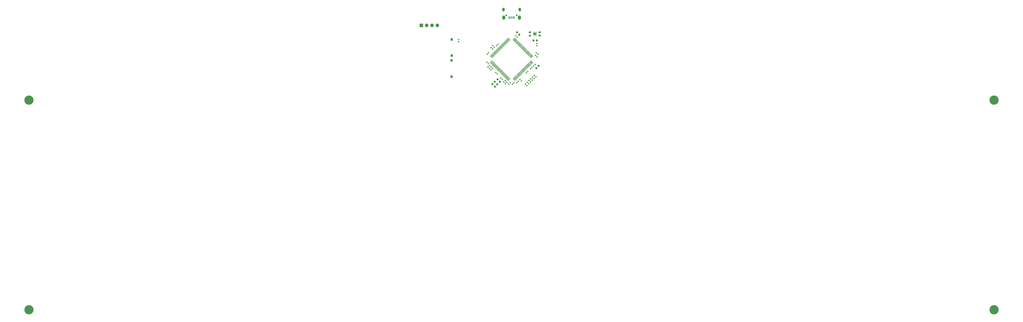
<source format=gbr>
%TF.GenerationSoftware,KiCad,Pcbnew,8.0.4*%
%TF.CreationDate,2024-12-24T01:10:10-06:00*%
%TF.ProjectId,openithm-new,6f70656e-6974-4686-9d2d-6e65772e6b69,rev?*%
%TF.SameCoordinates,Original*%
%TF.FileFunction,Soldermask,Top*%
%TF.FilePolarity,Negative*%
%FSLAX46Y46*%
G04 Gerber Fmt 4.6, Leading zero omitted, Abs format (unit mm)*
G04 Created by KiCad (PCBNEW 8.0.4) date 2024-12-24 01:10:10*
%MOMM*%
%LPD*%
G01*
G04 APERTURE LIST*
G04 Aperture macros list*
%AMRoundRect*
0 Rectangle with rounded corners*
0 $1 Rounding radius*
0 $2 $3 $4 $5 $6 $7 $8 $9 X,Y pos of 4 corners*
0 Add a 4 corners polygon primitive as box body*
4,1,4,$2,$3,$4,$5,$6,$7,$8,$9,$2,$3,0*
0 Add four circle primitives for the rounded corners*
1,1,$1+$1,$2,$3*
1,1,$1+$1,$4,$5*
1,1,$1+$1,$6,$7*
1,1,$1+$1,$8,$9*
0 Add four rect primitives between the rounded corners*
20,1,$1+$1,$2,$3,$4,$5,0*
20,1,$1+$1,$4,$5,$6,$7,0*
20,1,$1+$1,$6,$7,$8,$9,0*
20,1,$1+$1,$8,$9,$2,$3,0*%
G04 Aperture macros list end*
%ADD10C,4.400000*%
%ADD11RoundRect,0.135000X-0.185000X0.135000X-0.185000X-0.135000X0.185000X-0.135000X0.185000X0.135000X0*%
%ADD12RoundRect,0.135000X0.226274X0.035355X0.035355X0.226274X-0.226274X-0.035355X-0.035355X-0.226274X0*%
%ADD13RoundRect,0.093750X0.106250X-0.093750X0.106250X0.093750X-0.106250X0.093750X-0.106250X-0.093750X0*%
%ADD14R,1.600000X1.000000*%
%ADD15RoundRect,0.140000X-0.021213X0.219203X-0.219203X0.021213X0.021213X-0.219203X0.219203X-0.021213X0*%
%ADD16R,1.000000X1.250000*%
%ADD17RoundRect,0.140000X0.219203X0.021213X0.021213X0.219203X-0.219203X-0.021213X-0.021213X-0.219203X0*%
%ADD18RoundRect,0.135000X0.035355X-0.226274X0.226274X-0.035355X-0.035355X0.226274X-0.226274X0.035355X0*%
%ADD19RoundRect,0.225000X-0.250000X0.225000X-0.250000X-0.225000X0.250000X-0.225000X0.250000X0.225000X0*%
%ADD20RoundRect,0.225000X-0.335876X-0.017678X-0.017678X-0.335876X0.335876X0.017678X0.017678X0.335876X0*%
%ADD21RoundRect,0.140000X0.021213X-0.219203X0.219203X-0.021213X-0.021213X0.219203X-0.219203X0.021213X0*%
%ADD22RoundRect,0.225000X0.250000X-0.225000X0.250000X0.225000X-0.250000X0.225000X-0.250000X-0.225000X0*%
%ADD23RoundRect,0.135000X-0.226274X-0.035355X-0.035355X-0.226274X0.226274X0.035355X0.035355X0.226274X0*%
%ADD24RoundRect,0.140000X-0.219203X-0.021213X-0.021213X-0.219203X0.219203X0.021213X0.021213X0.219203X0*%
%ADD25RoundRect,0.218750X0.218750X0.256250X-0.218750X0.256250X-0.218750X-0.256250X0.218750X-0.256250X0*%
%ADD26RoundRect,0.075000X-0.459619X-0.565685X0.565685X0.459619X0.459619X0.565685X-0.565685X-0.459619X0*%
%ADD27RoundRect,0.075000X0.459619X-0.565685X0.565685X-0.459619X-0.459619X0.565685X-0.565685X0.459619X0*%
%ADD28RoundRect,0.218750X0.026517X-0.335876X0.335876X-0.026517X-0.026517X0.335876X-0.335876X0.026517X0*%
%ADD29RoundRect,0.225000X0.335876X0.017678X0.017678X0.335876X-0.335876X-0.017678X-0.017678X-0.335876X0*%
%ADD30O,0.800000X0.800000*%
%ADD31R,0.450000X1.300000*%
%ADD32O,1.150000X1.800000*%
%ADD33O,1.450000X2.000000*%
%ADD34RoundRect,0.135000X0.185000X-0.135000X0.185000X0.135000X-0.185000X0.135000X-0.185000X-0.135000X0*%
%ADD35R,1.700000X1.700000*%
%ADD36O,1.700000X1.700000*%
%ADD37RoundRect,0.225000X-0.017678X0.335876X-0.335876X0.017678X0.017678X-0.335876X0.335876X-0.017678X0*%
%ADD38RoundRect,0.225000X0.017678X-0.335876X0.335876X-0.017678X-0.017678X0.335876X-0.335876X0.017678X0*%
G04 APERTURE END LIST*
D10*
%TO.C,H4*%
X190500000Y-263539400D03*
%TD*%
%TO.C,H3*%
X190500000Y-363539400D03*
%TD*%
%TO.C,H2*%
X650500000Y-363539400D03*
%TD*%
%TO.C,H1*%
X650500000Y-263539400D03*
%TD*%
D11*
%TO.C,R2*%
X432539600Y-236548000D03*
X432539596Y-237567998D03*
%TD*%
D12*
%TO.C,R18*%
X433022200Y-241678798D03*
X432300950Y-240957554D03*
%TD*%
D13*
%TO.C,U2*%
X430956201Y-232888902D03*
X431606201Y-232888902D03*
X432256201Y-232888902D03*
X432256201Y-231113902D03*
X431606201Y-231113902D03*
X430956201Y-231113902D03*
D14*
X431606201Y-232001402D03*
%TD*%
D15*
%TO.C,C18*%
X430297422Y-247984978D03*
X429618600Y-248663800D03*
%TD*%
D16*
%TO.C,SW2*%
X392001200Y-242328000D03*
X392001200Y-234578000D03*
%TD*%
D12*
%TO.C,R12*%
X428729600Y-255725000D03*
X428008352Y-255003750D03*
%TD*%
D17*
%TO.C,C12*%
X409425600Y-246149200D03*
X408746778Y-245470378D03*
%TD*%
%TO.C,C7*%
X416080400Y-253616800D03*
X415401578Y-252937978D03*
%TD*%
D15*
%TO.C,C15*%
X421601411Y-255385589D03*
X420922589Y-256064411D03*
%TD*%
D18*
%TO.C,R9*%
X417528200Y-255699600D03*
X418249450Y-254978352D03*
%TD*%
D19*
%TO.C,C13*%
X433923470Y-231221387D03*
X433923470Y-232771389D03*
%TD*%
D20*
%TO.C,C6*%
X423112384Y-231260984D03*
X424208400Y-232357000D03*
%TD*%
D21*
%TO.C,C1*%
X408908389Y-241637211D03*
X409587211Y-240958389D03*
%TD*%
D22*
%TO.C,C14*%
X429249870Y-232796788D03*
X429249870Y-231246786D03*
%TD*%
D18*
%TO.C,R6*%
X409974350Y-248470648D03*
X410695600Y-247749400D03*
%TD*%
D23*
%TO.C,R4*%
X410761750Y-238468352D03*
X411483000Y-239189600D03*
%TD*%
D12*
%TO.C,R14*%
X430416048Y-254099400D03*
X429694800Y-253378150D03*
%TD*%
D24*
%TO.C,C16*%
X424513200Y-253743800D03*
X425192022Y-254422622D03*
%TD*%
D12*
%TO.C,R17*%
X432666600Y-242974198D03*
X431945350Y-242252954D03*
%TD*%
D16*
%TO.C,SW1*%
X391950400Y-244622200D03*
X391950400Y-252372200D03*
%TD*%
D12*
%TO.C,R15*%
X431244200Y-253261200D03*
X430522950Y-252539956D03*
%TD*%
D25*
%TO.C,D1*%
X432514302Y-235151001D03*
X430939298Y-235150999D03*
%TD*%
D26*
%TO.C,U1*%
X410830316Y-245276205D03*
X411183868Y-245629757D03*
X411537423Y-245983311D03*
X411890975Y-246336864D03*
X412244525Y-246690422D03*
X412598082Y-247043971D03*
X412951633Y-247397526D03*
X413305189Y-247751081D03*
X413658742Y-248104631D03*
X414012295Y-248458184D03*
X414365847Y-248811736D03*
X414719402Y-249165291D03*
X415072955Y-249518846D03*
X415426509Y-249872398D03*
X415780062Y-250225949D03*
X416133616Y-250579505D03*
X416487170Y-250933059D03*
X416840722Y-251286611D03*
X417194274Y-251640167D03*
X417547829Y-251993718D03*
X417901380Y-252347271D03*
X418254935Y-252700826D03*
X418608490Y-253054378D03*
X418962043Y-253407932D03*
X419315595Y-253761484D03*
D27*
X421684405Y-253761484D03*
X422037957Y-253407932D03*
X422391511Y-253054377D03*
X422745064Y-252700825D03*
X423098622Y-252347275D03*
X423452171Y-251993718D03*
X423805726Y-251640167D03*
X424159281Y-251286611D03*
X424512831Y-250933058D03*
X424866384Y-250579505D03*
X425219936Y-250225953D03*
X425573491Y-249872398D03*
X425927046Y-249518845D03*
X426280598Y-249165291D03*
X426634149Y-248811738D03*
X426987705Y-248458184D03*
X427341259Y-248104630D03*
X427694811Y-247751078D03*
X428048367Y-247397526D03*
X428401918Y-247043971D03*
X428755471Y-246690420D03*
X429109026Y-246336865D03*
X429462578Y-245983310D03*
X429816132Y-245629757D03*
X430169684Y-245276205D03*
D26*
X430169684Y-242907395D03*
X429816132Y-242553843D03*
X429462577Y-242200289D03*
X429109025Y-241846736D03*
X428755475Y-241493178D03*
X428401918Y-241139629D03*
X428048367Y-240786074D03*
X427694811Y-240432519D03*
X427341258Y-240078969D03*
X426987705Y-239725416D03*
X426634153Y-239371864D03*
X426280598Y-239018309D03*
X425927045Y-238664754D03*
X425573491Y-238311202D03*
X425219938Y-237957651D03*
X424866384Y-237604095D03*
X424512830Y-237250541D03*
X424159278Y-236896989D03*
X423805726Y-236543433D03*
X423452171Y-236189882D03*
X423098620Y-235836329D03*
X422745065Y-235482774D03*
X422391510Y-235129222D03*
X422037957Y-234775668D03*
X421684405Y-234422116D03*
D27*
X419315595Y-234422116D03*
X418962043Y-234775668D03*
X418608489Y-235129223D03*
X418254936Y-235482775D03*
X417901378Y-235836325D03*
X417547829Y-236189882D03*
X417194274Y-236543433D03*
X416840719Y-236896989D03*
X416487169Y-237250542D03*
X416133616Y-237604095D03*
X415780064Y-237957647D03*
X415426509Y-238311202D03*
X415072954Y-238664755D03*
X414719402Y-239018309D03*
X414365851Y-239371862D03*
X414012295Y-239725416D03*
X413658741Y-240078970D03*
X413305189Y-240432522D03*
X412951633Y-240786074D03*
X412598082Y-241139629D03*
X412244529Y-241493180D03*
X411890974Y-241846735D03*
X411537422Y-242200290D03*
X411183868Y-242553843D03*
X410830316Y-242907395D03*
%TD*%
D28*
%TO.C,FB1*%
X412553704Y-257143494D03*
X413667400Y-256029800D03*
%TD*%
D18*
%TO.C,R5*%
X409237750Y-247734048D03*
X409959000Y-247012800D03*
%TD*%
D21*
%TO.C,C17*%
X427535800Y-250619600D03*
X428214622Y-249940778D03*
%TD*%
D18*
%TO.C,R7*%
X410710950Y-249207248D03*
X411432200Y-248486000D03*
%TD*%
D29*
%TO.C,C8*%
X414912000Y-254759800D03*
X413815984Y-253663784D03*
%TD*%
D30*
%TO.C,J2*%
X423025400Y-223124002D03*
X418025400Y-223124002D03*
D31*
X421825400Y-224224002D03*
X421175399Y-224224002D03*
X420525400Y-224224000D03*
X419875401Y-224223998D03*
X419225401Y-224224000D03*
D32*
X424400398Y-220373999D03*
D33*
X424250401Y-224174002D03*
X416800402Y-224173999D03*
D32*
X416650401Y-220373998D03*
%TD*%
D12*
%TO.C,R16*%
X432112825Y-252402622D03*
X431391575Y-251681378D03*
%TD*%
D21*
%TO.C,C11*%
X413445778Y-237582422D03*
X414124600Y-236903600D03*
%TD*%
D12*
%TO.C,R13*%
X429567800Y-254912200D03*
X428846550Y-254190956D03*
%TD*%
D24*
%TO.C,C5*%
X422538978Y-232846578D03*
X423217800Y-233525400D03*
%TD*%
D34*
%TO.C,R3*%
X395328598Y-235739200D03*
X395328600Y-234719200D03*
%TD*%
D18*
%TO.C,R10*%
X419194550Y-255912848D03*
X419915800Y-255191600D03*
%TD*%
D15*
%TO.C,C3*%
X431798933Y-246507789D03*
X431120111Y-247186611D03*
%TD*%
D24*
%TO.C,C10*%
X412963178Y-250321778D03*
X413642000Y-251000600D03*
%TD*%
D35*
%TO.C,J3*%
X377558599Y-227918199D03*
D36*
X380098602Y-227918200D03*
X382638599Y-227918199D03*
X385178599Y-227918199D03*
%TD*%
D37*
%TO.C,C4*%
X433377800Y-247216000D03*
X432281784Y-248312016D03*
%TD*%
D15*
%TO.C,C2*%
X423725800Y-254582000D03*
X423046978Y-255260822D03*
%TD*%
D12*
%TO.C,R11*%
X427840600Y-256588600D03*
X427119352Y-255867350D03*
%TD*%
D18*
%TO.C,R8*%
X416786575Y-254968024D03*
X417507825Y-254246776D03*
%TD*%
D23*
%TO.C,R1*%
X411574550Y-237604752D03*
X412295800Y-238326000D03*
%TD*%
D38*
%TO.C,C9*%
X411402984Y-255957416D03*
X412499000Y-254861400D03*
%TD*%
M02*

</source>
